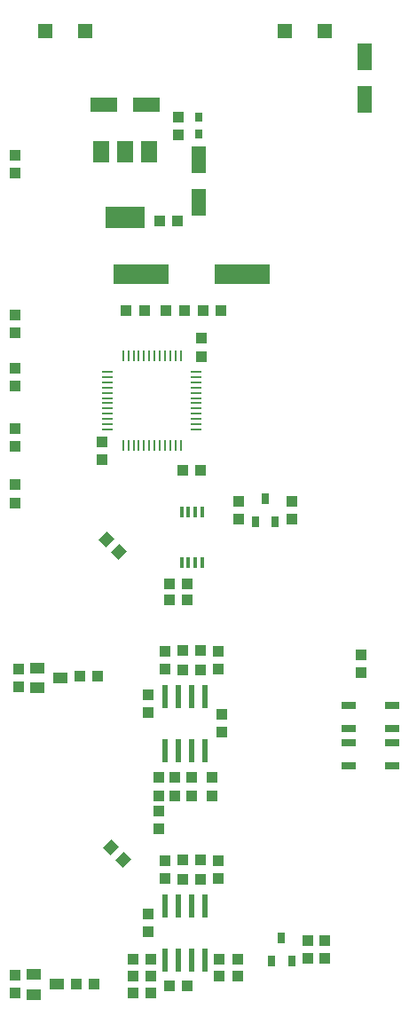
<source format=gbr>
%TF.GenerationSoftware,KiCad,Pcbnew,7.0.5-0*%
%TF.CreationDate,2023-08-28T20:49:07+02:00*%
%TF.ProjectId,peaks,7065616b-732e-46b6-9963-61645f706362,rev?*%
%TF.SameCoordinates,Original*%
%TF.FileFunction,Paste,Top*%
%TF.FilePolarity,Positive*%
%FSLAX46Y46*%
G04 Gerber Fmt 4.6, Leading zero omitted, Abs format (unit mm)*
G04 Created by KiCad (PCBNEW 7.0.5-0) date 2023-08-28 20:49:07*
%MOMM*%
%LPD*%
G01*
G04 APERTURE LIST*
G04 Aperture macros list*
%AMRotRect*
0 Rectangle, with rotation*
0 The origin of the aperture is its center*
0 $1 length*
0 $2 width*
0 $3 Rotation angle, in degrees counterclockwise*
0 Add horizontal line*
21,1,$1,$2,0,0,$3*%
G04 Aperture macros list end*
%ADD10R,1.000000X1.100000*%
%ADD11R,0.600000X2.200000*%
%ADD12R,1.100000X1.000000*%
%ADD13R,0.254000X1.000000*%
%ADD14R,1.000000X0.254000*%
%ADD15RotRect,1.000000X1.100000X135.000000*%
%ADD16R,1.350000X0.800000*%
%ADD17R,2.600000X1.400000*%
%ADD18R,0.700000X0.850000*%
%ADD19R,1.400000X2.600000*%
%ADD20R,0.700000X1.000000*%
%ADD21R,1.400000X1.400000*%
%ADD22R,1.498600X2.006600*%
%ADD23R,3.810000X2.006600*%
%ADD24R,0.410000X1.020000*%
%ADD25R,1.400000X1.000000*%
%ADD26R,5.334000X1.930400*%
G04 APERTURE END LIST*
D10*
%TO.C,R12*%
X146708600Y-113258600D03*
X148408600Y-113258600D03*
%TD*%
%TO.C,C21*%
X143431100Y-138443600D03*
X143431100Y-140143600D03*
%TD*%
D11*
%TO.C,IC5*%
X145018600Y-142846100D03*
X146288600Y-142846100D03*
X147558600Y-142846100D03*
X148828600Y-142846100D03*
X148828600Y-137646100D03*
X147558600Y-137646100D03*
X146288600Y-137646100D03*
X145018600Y-137646100D03*
%TD*%
D12*
%TO.C,C12*%
X147138600Y-106908600D03*
X145438600Y-106908600D03*
%TD*%
D10*
%TO.C,C17*%
X144383600Y-125426100D03*
X144383600Y-127126100D03*
%TD*%
D12*
%TO.C,R17*%
X150416100Y-121093600D03*
X150416100Y-119393600D03*
%TD*%
D13*
%TO.C,UC1*%
X146498600Y-85196100D03*
X145998600Y-85196100D03*
X145498600Y-85196100D03*
X144998600Y-85196100D03*
X144498600Y-85196100D03*
X143998600Y-85196100D03*
X143498600Y-85196100D03*
X142998600Y-85196100D03*
X142498600Y-85196100D03*
X141998600Y-85196100D03*
X141498600Y-85196100D03*
X140998600Y-85196100D03*
D14*
X139498600Y-86696100D03*
X139498600Y-87196100D03*
X139498600Y-87696100D03*
X139498600Y-88196100D03*
X139498600Y-88696100D03*
X139498600Y-89196100D03*
X139498600Y-89696100D03*
X139498600Y-90196100D03*
X139498600Y-90696100D03*
X139498600Y-91196100D03*
X139498600Y-91696100D03*
X139498600Y-92196100D03*
D13*
X140998600Y-93696100D03*
X141498600Y-93696100D03*
X141998600Y-93696100D03*
X142498600Y-93696100D03*
X142998600Y-93696100D03*
X143498600Y-93696100D03*
X143998600Y-93696100D03*
X144498600Y-93696100D03*
X144998600Y-93696100D03*
X145498600Y-93696100D03*
X145998600Y-93696100D03*
X146498600Y-93696100D03*
D14*
X147998600Y-92196100D03*
X147998600Y-91696100D03*
X147998600Y-91196100D03*
X147998600Y-90696100D03*
X147998600Y-90196100D03*
X147998600Y-89696100D03*
X147998600Y-89196100D03*
X147998600Y-88696100D03*
X147998600Y-88196100D03*
X147998600Y-87696100D03*
X147998600Y-87196100D03*
X147998600Y-86696100D03*
%TD*%
D10*
%TO.C,R16*%
X136866100Y-115700000D03*
X138566100Y-115700000D03*
%TD*%
D15*
%TO.C,R10*%
X140601041Y-103901041D03*
X139398959Y-102698959D03*
%TD*%
D12*
%TO.C,R4*%
X130731100Y-81293600D03*
X130731100Y-82993600D03*
%TD*%
%TO.C,R27*%
X130731100Y-145997500D03*
X130731100Y-144297500D03*
%TD*%
D10*
%TO.C,R29*%
X143646100Y-144373600D03*
X141946100Y-144373600D03*
%TD*%
%TO.C,C3*%
X146288600Y-64102300D03*
X146288600Y-62402300D03*
%TD*%
D12*
%TO.C,C10*%
X146708600Y-96113600D03*
X148408600Y-96113600D03*
%TD*%
D16*
%TO.C,SW3*%
X162525000Y-120700000D03*
X166675000Y-120700000D03*
X162525000Y-118500000D03*
X166675000Y-118500000D03*
%TD*%
%TO.C,SW5*%
X166675000Y-122100000D03*
X162525000Y-122100000D03*
X166675000Y-124300000D03*
X162525000Y-124300000D03*
%TD*%
D12*
%TO.C,R7*%
X130731100Y-92088600D03*
X130731100Y-93788600D03*
%TD*%
%TO.C,C24*%
X145438600Y-145326100D03*
X147138600Y-145326100D03*
%TD*%
D10*
%TO.C,C8*%
X148511100Y-85216100D03*
X148511100Y-83516100D03*
%TD*%
D17*
%TO.C,C2*%
X139158600Y-61188600D03*
X143258600Y-61188600D03*
%TD*%
D12*
%TO.C,R19*%
X147558600Y-125426100D03*
X147558600Y-127126100D03*
%TD*%
%TO.C,C23*%
X141946100Y-142786100D03*
X143646100Y-142786100D03*
%TD*%
D10*
%TO.C,C19*%
X145018600Y-133363600D03*
X145018600Y-135063600D03*
%TD*%
D12*
%TO.C,R15*%
X131048600Y-116750000D03*
X131048600Y-115050000D03*
%TD*%
D18*
%TO.C,L1*%
X148193600Y-63993600D03*
X148193600Y-62393600D03*
%TD*%
D12*
%TO.C,C7*%
X150313600Y-80873600D03*
X148613600Y-80873600D03*
%TD*%
D10*
%TO.C,C22*%
X158671100Y-142683600D03*
X158671100Y-140983600D03*
%TD*%
D19*
%TO.C,C1*%
X164068600Y-56598600D03*
X164068600Y-60698600D03*
%TD*%
D20*
%TO.C,IC2*%
X153593600Y-101023600D03*
X155493600Y-101023600D03*
X154543600Y-98823600D03*
%TD*%
D10*
%TO.C,R31*%
X141946100Y-145961100D03*
X143646100Y-145961100D03*
%TD*%
D21*
%TO.C,D2*%
X160253600Y-54203600D03*
X156453600Y-54203600D03*
%TD*%
D10*
%TO.C,R28*%
X138248600Y-145147500D03*
X136548600Y-145147500D03*
%TD*%
%TO.C,C15*%
X150098600Y-115061100D03*
X150098600Y-113361100D03*
%TD*%
D12*
%TO.C,R20*%
X144383600Y-130301100D03*
X144383600Y-128601100D03*
%TD*%
D22*
%TO.C,IC1*%
X143469200Y-65659000D03*
X141183200Y-65659000D03*
X138897200Y-65659000D03*
D23*
X141208600Y-71958200D03*
%TD*%
D21*
%TO.C,D1*%
X137393600Y-54203600D03*
X133593600Y-54203600D03*
%TD*%
D10*
%TO.C,C11*%
X157083600Y-99073600D03*
X157083600Y-100773600D03*
%TD*%
D12*
%TO.C,C6*%
X146821100Y-80873600D03*
X145121100Y-80873600D03*
%TD*%
D10*
%TO.C,R22*%
X146708600Y-133261100D03*
X148408600Y-133261100D03*
%TD*%
%TO.C,C18*%
X149463600Y-127126100D03*
X149463600Y-125426100D03*
%TD*%
D24*
%TO.C,IC3*%
X146583600Y-104863600D03*
X147233600Y-104863600D03*
X147883600Y-104863600D03*
X148533600Y-104863600D03*
X148533600Y-100063600D03*
X147883600Y-100063600D03*
X147233600Y-100063600D03*
X146583600Y-100063600D03*
%TD*%
D25*
%TO.C,Q3*%
X132488600Y-144197500D03*
X134688600Y-145147500D03*
X132488600Y-146097500D03*
%TD*%
D12*
%TO.C,R18*%
X145971100Y-127126100D03*
X145971100Y-125426100D03*
%TD*%
D26*
%TO.C,Q1*%
X142732600Y-77381100D03*
X152384600Y-77381100D03*
%TD*%
D12*
%TO.C,R2*%
X130731100Y-66053600D03*
X130731100Y-67753600D03*
%TD*%
D10*
%TO.C,C14*%
X145018600Y-113361100D03*
X145018600Y-115061100D03*
%TD*%
D20*
%TO.C,IC6*%
X155181100Y-142933600D03*
X157081100Y-142933600D03*
X156131100Y-140733600D03*
%TD*%
D10*
%TO.C,R26*%
X150201100Y-142786100D03*
X151901100Y-142786100D03*
%TD*%
%TO.C,C9*%
X138986100Y-93358600D03*
X138986100Y-95058600D03*
%TD*%
D15*
%TO.C,R23*%
X141001041Y-133301041D03*
X139798959Y-132098959D03*
%TD*%
D10*
%TO.C,C20*%
X150098600Y-135063600D03*
X150098600Y-133363600D03*
%TD*%
D19*
%TO.C,C4*%
X148193600Y-66441100D03*
X148193600Y-70541100D03*
%TD*%
D10*
%TO.C,R30*%
X150201100Y-144373600D03*
X151901100Y-144373600D03*
%TD*%
%TO.C,R3*%
X144486100Y-72301100D03*
X146186100Y-72301100D03*
%TD*%
%TO.C,R24*%
X148408600Y-135166100D03*
X146708600Y-135166100D03*
%TD*%
D12*
%TO.C,R25*%
X160258600Y-140983600D03*
X160258600Y-142683600D03*
%TD*%
D10*
%TO.C,R14*%
X148408600Y-115163600D03*
X146708600Y-115163600D03*
%TD*%
D12*
%TO.C,R6*%
X130731100Y-86373600D03*
X130731100Y-88073600D03*
%TD*%
%TO.C,C13*%
X147138600Y-108496100D03*
X145438600Y-108496100D03*
%TD*%
%TO.C,C5*%
X141311100Y-80873600D03*
X143011100Y-80873600D03*
%TD*%
D10*
%TO.C,C16*%
X143431100Y-117488600D03*
X143431100Y-119188600D03*
%TD*%
D25*
%TO.C,Q2*%
X132800000Y-114950000D03*
X135000000Y-115900000D03*
X132800000Y-116850000D03*
%TD*%
D12*
%TO.C,R8*%
X130731100Y-97486100D03*
X130731100Y-99186100D03*
%TD*%
%TO.C,R13*%
X163751100Y-115378600D03*
X163751100Y-113678600D03*
%TD*%
D11*
%TO.C,IC4*%
X145018600Y-122843600D03*
X146288600Y-122843600D03*
X147558600Y-122843600D03*
X148828600Y-122843600D03*
X148828600Y-117643600D03*
X147558600Y-117643600D03*
X146288600Y-117643600D03*
X145018600Y-117643600D03*
%TD*%
D12*
%TO.C,R9*%
X152003600Y-100773600D03*
X152003600Y-99073600D03*
%TD*%
M02*

</source>
